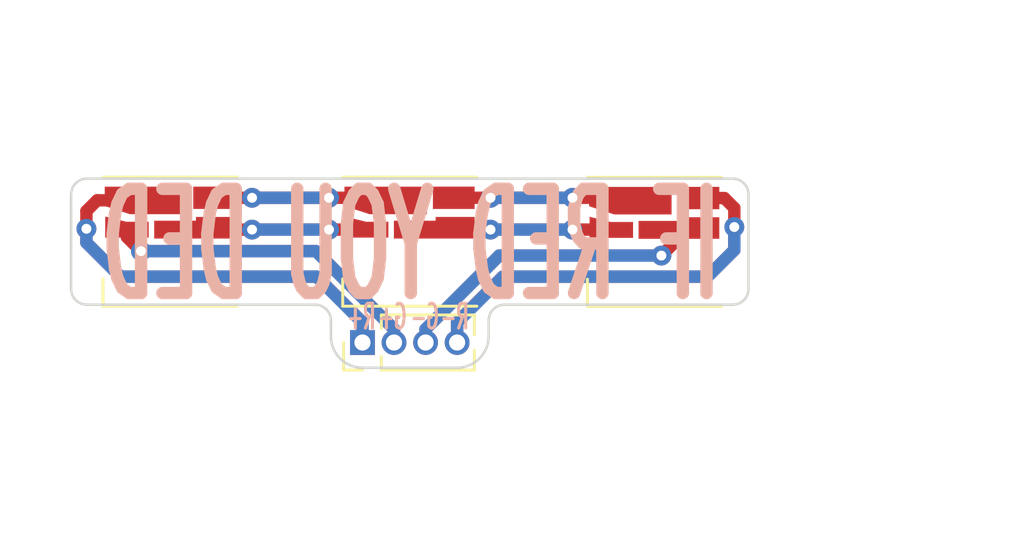
<source format=kicad_pcb>
(kicad_pcb (version 20241229) (generator "pcbnew") (generator_version "9.0")
  (layers (0 "F.Cu" signal) (2 "B.Cu" signal) (13 "F.Paste" user) (15 "B.Paste" user) (5 "F.SilkS" user "F.Silkscreen") (7 "B.SilkS" user "B.Silkscreen") (1 "F.Mask" user) (3 "B.Mask" user) (25 "Edge.Cuts" user))
  (net 0 "")
  (net 1 "Net-(D1-G-)")
  (net 2 "Net-(D1-G+)")
  (net 3 "Net-(D1-R+)")
  (net 4 "Net-(D1-R-)")
  (net 5 "Net-(D2-G-)")
  (net 6 "Net-(D2-R-)")
  (net 7 "Net-(D3-R-)")
  (net 8 "Net-(D3-G-)")
  (footprint "FaSTTUBe_LEDs:PLCC8" (layer "F.Cu") (at 174.5 97.79)
    (property "Reference" "D1" (hide yes))
    (property "Value" "CLQ6A_RGB(W)")
    (fp_line (start -2.7 -2.6) (end 2.7 -2.6) (stroke (width 0.12)) (layer "F.SilkS"))
    (fp_line (start -2.7 1.5) (end -2.7 2.6) (stroke (width 0.12)) (layer "F.SilkS"))
    (fp_line (start 2.7 2.6) (end -2.7 2.6) (stroke (width 0.12)) (layer "F.SilkS"))
    (pad "1" smd custom (at -0.971007 -1.666586 180) (size 0.001 0.001) (layers "F.Cu" "F.Mask" "F.Paste") (net 3 "Net-(D1-R+)") (options (clearance outline) (anchor rect)) (primitives (gr_poly (pts (xy 1.66 0.55) (xy -1.66 0.55) (xy -1.66 -0.56) (xy 0.65 -0.56) (xy 1.66 -0.23)) (width 0) (fill yes))))
    (pad "2" smd custom (at -1.736989 -0.483081 180) (size 1.75 0.64) (layers "F.Cu" "F.Mask" "F.Paste") (net 2 "Net-(D1-G+)") (options (clearance outline) (anchor rect)) (primitives (gr_poly (pts (xy 0.025 0.32) (xy 0.875 0.53) (xy 0.875 0.32)) (width 0) (fill yes))))
    (pad "7" smd custom (at 0.984912 -0.485833 180) (size 3.25 0.72) (layers "F.Cu" "F.Mask" "F.Paste") (net 1 "Net-(D1-G-)") (options (clearance outline) (anchor rect)) (primitives (gr_poly (pts (xy -0.055 0.36) (xy -0.055 0.51) (xy -1.625 0.51) (xy -1.625 0.36)) (width 0) (fill yes))))
    (pad "8" smd custom (at 1.771284 -1.768225 180) (size 1.68 0.9) (layers "F.Cu" "F.Mask" "F.Paste") (net 4 "Net-(D1-R-)") (options (clearance outline) (anchor rect)) (primitives))
  )
  (footprint "FaSTTUBe_LEDs:PLCC8" (layer "F.Cu") (at 184.15 97.79)
    (property "Reference" "D2" (hide yes))
    (property "Value" "CLQ6A_RGB(W)")
    (fp_line (start -2.7 -2.6) (end 2.7 -2.6) (stroke (width 0.12)) (layer "F.SilkS"))
    (fp_line (start -2.7 1.5) (end -2.7 2.6) (stroke (width 0.12)) (layer "F.SilkS"))
    (fp_line (start 2.7 2.6) (end -2.7 2.6) (stroke (width 0.12)) (layer "F.SilkS"))
    (pad "1" smd custom (at -0.971007 -1.666586 180) (size 0.001 0.001) (layers "F.Cu" "F.Mask" "F.Paste") (net 4 "Net-(D1-R-)") (options (clearance outline) (anchor rect)) (primitives (gr_poly (pts (xy 1.66 0.55) (xy -1.66 0.55) (xy -1.66 -0.56) (xy 0.65 -0.56) (xy 1.66 -0.23)) (width 0) (fill yes))))
    (pad "2" smd custom (at -1.736989 -0.483081 180) (size 1.75 0.64) (layers "F.Cu" "F.Mask" "F.Paste") (net 1 "Net-(D1-G-)") (options (clearance outline) (anchor rect)) (primitives (gr_poly (pts (xy 0.025 0.32) (xy 0.875 0.53) (xy 0.875 0.32)) (width 0) (fill yes))))
    (pad "7" smd custom (at 0.984912 -0.485833 180) (size 3.25 0.72) (layers "F.Cu" "F.Mask" "F.Paste") (net 5 "Net-(D2-G-)") (options (clearance outline) (anchor rect)) (primitives (gr_poly (pts (xy -0.055 0.36) (xy -0.055 0.51) (xy -1.625 0.51) (xy -1.625 0.36)) (width 0) (fill yes))))
    (pad "8" smd custom (at 1.771284 -1.768225 180) (size 1.68 0.9) (layers "F.Cu" "F.Mask" "F.Paste") (net 6 "Net-(D2-R-)") (options (clearance outline) (anchor rect)) (primitives))
  )
  (footprint "Connector_PinHeader_1.27mm:PinHeader_1x04_P1.27mm_Vertical" (layer "F.Cu") (at 182.245 101.854 90)
    (property "Reference" "J1" (hide yes))
    (property "Value" "Conn_01x04_Female")
    (fp_line (start -1.11 -0.76) (end 0 -0.76) (stroke (width 0.12)) (layer "F.SilkS"))
    (fp_line (start -1.11 0) (end -1.11 -0.76) (stroke (width 0.12)) (layer "F.SilkS"))
    (fp_line (start 1.11 0.76) (end 1.11 4.505) (stroke (width 0.12)) (layer "F.SilkS"))
    (fp_line (start 0.563471 0.76) (end 1.11 0.76) (stroke (width 0.12)) (layer "F.SilkS"))
    (fp_line (start -1.11 0.76) (end -0.563471 0.76) (stroke (width 0.12)) (layer "F.SilkS"))
    (fp_line (start -1.11 0.76) (end -1.11 4.505) (stroke (width 0.12)) (layer "F.SilkS"))
    (fp_line (start 0.30753 4.505) (end 1.11 4.505) (stroke (width 0.12)) (layer "F.SilkS"))
    (fp_line (start -1.11 4.505) (end -0.30753 4.505) (stroke (width 0.12)) (layer "F.SilkS"))
    (pad "1" thru_hole rect (at 0 0 90) (size 1 1) (drill 0.65) (layers "*.Cu" "*.Mask") (net 3 "Net-(D1-R+)"))
    (pad "2" thru_hole oval (at 0 1.27 90) (size 1 1) (drill 0.65) (layers "*.Cu" "*.Mask") (net 2 "Net-(D1-G+)"))
    (pad "3" thru_hole oval (at 0 2.54 90) (size 1 1) (drill 0.65) (layers "*.Cu" "*.Mask") (net 8 "Net-(D3-G-)"))
    (pad "4" thru_hole oval (at 0 3.81 90) (size 1 1) (drill 0.65) (layers "*.Cu" "*.Mask") (net 7 "Net-(D3-R-)"))
  )
  (footprint "FaSTTUBe_LEDs:PLCC8" (layer "F.Cu") (at 194 97.8)
    (property "Reference" "D3" (hide yes))
    (property "Value" "CLQ6A_RGB(W)")
    (fp_line (start -2.7 -2.6) (end 2.7 -2.6) (stroke (width 0.12)) (layer "F.SilkS"))
    (fp_line (start -2.7 1.5) (end -2.7 2.6) (stroke (width 0.12)) (layer "F.SilkS"))
    (fp_line (start 2.7 2.6) (end -2.7 2.6) (stroke (width 0.12)) (layer "F.SilkS"))
    (pad "1" smd custom (at -0.971007 -1.666586 180) (size 0.001 0.001) (layers "F.Cu" "F.Mask" "F.Paste") (net 6 "Net-(D2-R-)") (options (clearance outline) (anchor rect)) (primitives (gr_poly (pts (xy 1.66 0.55) (xy -1.66 0.55) (xy -1.66 -0.56) (xy 0.65 -0.56) (xy 1.66 -0.23)) (width 0) (fill yes))))
    (pad "2" smd custom (at -1.736989 -0.483081 180) (size 1.75 0.64) (layers "F.Cu" "F.Mask" "F.Paste") (net 5 "Net-(D2-G-)") (options (clearance outline) (anchor rect)) (primitives (gr_poly (pts (xy 0.025 0.32) (xy 0.875 0.53) (xy 0.875 0.32)) (width 0) (fill yes))))
    (pad "7" smd custom (at 0.984912 -0.485833 180) (size 3.25 0.72) (layers "F.Cu" "F.Mask" "F.Paste") (net 8 "Net-(D3-G-)") (options (clearance outline) (anchor rect)) (primitives (gr_poly (pts (xy -0.055 0.36) (xy -0.055 0.51) (xy -1.625 0.51) (xy -1.625 0.36)) (width 0) (fill yes))))
    (pad "8" smd custom (at 1.771284 -1.768225 180) (size 1.68 0.9) (layers "F.Cu" "F.Mask" "F.Paste") (net 7 "Net-(D3-R-)") (options (clearance outline) (anchor rect)) (primitives))
  )
  (gr_line (start 197.15 95.25) (end 171.15 95.25) (stroke (width 0.1)) (layer "Edge.Cuts"))
  (gr_arc (start 197.15 95.25) (mid 197.599013 95.435987) (end 197.785 95.885) (stroke (width 0.1)) (layer "Edge.Cuts"))
  (gr_line (start 186.055 102.87) (end 182.245 102.87) (stroke (width 0.1)) (layer "Edge.Cuts"))
  (gr_arc (start 180.34 100.33) (mid 180.789013 100.515987) (end 180.975 100.965) (stroke (width 0.1)) (layer "Edge.Cuts"))
  (gr_line (start 197.785 99.695) (end 197.785 95.885) (stroke (width 0.1)) (layer "Edge.Cuts"))
  (gr_arc (start 171.15 100.33) (mid 170.700987 100.144013) (end 170.515 99.695) (stroke (width 0.1)) (layer "Edge.Cuts"))
  (gr_line (start 180.975 100.965) (end 180.975 101.6) (stroke (width 0.1)) (layer "Edge.Cuts"))
  (gr_line (start 170.515 99.695) (end 170.515 95.885) (stroke (width 0.1)) (layer "Edge.Cuts"))
  (gr_arc (start 187.325 101.6) (mid 186.953026 102.498026) (end 186.055 102.87) (stroke (width 0.1)) (layer "Edge.Cuts"))
  (gr_line (start 187.96 100.33) (end 197.15 100.33) (stroke (width 0.1)) (layer "Edge.Cuts"))
  (gr_arc (start 170.515 95.885) (mid 170.700987 95.435987) (end 171.15 95.25) (stroke (width 0.1)) (layer "Edge.Cuts"))
  (gr_arc (start 182.245 102.87) (mid 181.346974 102.498026) (end 180.975 101.6) (stroke (width 0.1)) (layer "Edge.Cuts"))
  (gr_arc (start 187.325 100.965) (mid 187.510987 100.515987) (end 187.96 100.33) (stroke (width 0.1)) (layer "Edge.Cuts"))
  (gr_arc (start 197.785 99.695) (mid 197.599013 100.144013) (end 197.15 100.33) (stroke (width 0.1)) (layer "Edge.Cuts"))
  (gr_line (start 171.15 100.33) (end 180.34 100.33) (stroke (width 0.1)) (layer "Edge.Cuts"))
  (gr_line (start 187.325 101.6) (end 187.325 100.965) (stroke (width 0.1)) (layer "Edge.Cuts"))
  (gr_text "R-" (at 186.6 101.4 0) (layer "B.SilkS") (effects (font (size 1 0.5) (thickness 0.125) (bold yes)) (justify left bottom mirror)))
  (gr_text "G-" (at 185.4 101.4 0) (layer "B.SilkS") (effects (font (size 1 0.5) (thickness 0.125) (bold yes)) (justify left bottom mirror)))
  (gr_text "G+\n" (at 184.1 101.4 0) (layer "B.SilkS") (effects (font (size 1 0.5) (thickness 0.125) (bold yes)) (justify left bottom mirror)))
  (gr_text "R+\n" (at 182.85 101.4 0) (layer "B.SilkS") (effects (font (size 1 0.5) (thickness 0.125) (bold yes)) (justify left bottom mirror)))
  (gr_text "IF RED YOU DED" (at 196.9 100.4 0) (layer "B.SilkS") (effects (font (size 4.2 2) (thickness 0.5) (bold yes)) (justify left bottom mirror)))
  (segment (start 182.276092 97.17) (end 182.413011 97.306919) (width 0.25) (layer "F.Cu") (net 1))
  (segment (start 180.9 97.304167) (end 182.410259 97.304167) (width 0.5) (layer "F.Cu") (net 1))
  (segment (start 175.484912 97.304167) (end 180.9 97.304167) (width 0.5) (layer "F.Cu") (net 1))
  (segment (start 182.410259 97.304167) (end 182.413011 97.306919) (width 0.5) (layer "F.Cu") (net 1))
  (via (at 180.9 97.304167) (size 0.8) (drill 0.4) (layers "F.Cu" "B.Cu") (net 1))
  (via (at 177.8 97.304167) (size 0.8) (drill 0.4) (layers "F.Cu" "B.Cu") (net 1))
  (segment (start 177.8 97.304167) (end 180.9 97.304167) (width 0.5) (layer "B.Cu") (net 1))
  (segment (start 183.515 101.315) (end 183.515 101.854) (width 0.5) (layer "F.Cu") (net 2))
  (segment (start 180.371954 98.171954) (end 183.515 101.315) (width 0.5) (layer "F.Cu") (net 2))
  (segment (start 173.328046 98.171954) (end 180.371954 98.171954) (width 0.5) (layer "F.Cu") (net 2))
  (segment (start 172.763011 97.606919) (end 173.328046 98.171954) (width 0.5) (layer "F.Cu") (net 2))
  (segment (start 172.763011 97.306919) (end 172.763011 97.606919) (width 0.5) (layer "F.Cu") (net 2))
  (via (at 173.328046 98.171954) (size 0.8) (drill 0.4) (layers "F.Cu" "B.Cu") (net 2))
  (segment (start 183.515 101.854) (end 183.515 101.315) (width 0.5) (layer "B.Cu") (net 2))
  (segment (start 183.515 101.315) (end 180.371954 98.171954) (width 0.5) (layer "B.Cu") (net 2))
  (segment (start 180.371954 98.171954) (end 173.328046 98.171954) (width 0.5) (layer "B.Cu") (net 2))
  (segment (start 171.132011 97.270771) (end 171.132011 96.555396) (width 0.5) (layer "F.Cu") (net 3))
  (segment (start 171.132011 96.555396) (end 171.563993 96.123414) (width 0.5) (layer "F.Cu") (net 3))
  (segment (start 182.245 101.036364) (end 182.245 101.854) (width 0.5) (layer "F.Cu") (net 3))
  (segment (start 171.132011 97.270771) (end 171.132011 97.832011) (width 0.5) (layer "F.Cu") (net 3))
  (segment (start 172.501 99.201) (end 180.409636 99.201) (width 0.5) (layer "F.Cu") (net 3))
  (segment (start 171.132011 97.832011) (end 172.501 99.201) (width 0.5) (layer "F.Cu") (net 3))
  (segment (start 180.409636 99.201) (end 182.245 101.036364) (width 0.5) (layer "F.Cu") (net 3))
  (segment (start 171.563993 96.123414) (end 173.528993 96.123414) (width 0.5) (layer "F.Cu") (net 3))
  (via (at 171.132011 97.270771) (size 0.8) (drill 0.4) (layers "F.Cu" "B.Cu") (net 3))
  (segment (start 171.132011 97.270771) (end 171.132011 97.832011) (width 0.5) (layer "B.Cu") (net 3))
  (segment (start 182.245 101.045) (end 182.245 101.854) (width 0.5) (layer "B.Cu") (net 3))
  (segment (start 180.4 99.2) (end 182.245 101.045) (width 0.5) (layer "B.Cu") (net 3))
  (segment (start 171.132011 97.832011) (end 172.5 99.2) (width 0.5) (layer "B.Cu") (net 3))
  (segment (start 172.5 99.2) (end 180.4 99.2) (width 0.5) (layer "B.Cu") (net 3))
  (segment (start 182.955579 95.9) (end 183.178993 96.123414) (width 0.25) (layer "F.Cu") (net 4))
  (segment (start 182.940579 95.885) (end 183.178993 96.123414) (width 0.25) (layer "F.Cu") (net 4))
  (segment (start 176.271284 96.021775) (end 180.9 96.021775) (width 0.5) (layer "F.Cu") (net 4))
  (segment (start 180.9 96.021775) (end 183.077354 96.021775) (width 0.5) (layer "F.Cu") (net 4))
  (via (at 177.8 96.021775) (size 0.8) (drill 0.4) (layers "F.Cu" "B.Cu") (net 4))
  (via (at 180.9 96.021775) (size 0.8) (drill 0.4) (layers "F.Cu" "B.Cu") (net 4))
  (segment (start 177.8 96.021775) (end 180.9 96.021775) (width 0.5) (layer "B.Cu") (net 4))
  (segment (start 185.134912 97.304167) (end 190.7 97.304167) (width 0.5) (layer "F.Cu") (net 5))
  (segment (start 190.7 97.304167) (end 192.250259 97.304167) (width 0.5) (layer "F.Cu") (net 5))
  (segment (start 192.250259 97.304167) (end 192.263011 97.316919) (width 0.5) (layer "F.Cu") (net 5))
  (via (at 187.4 97.304167) (size 0.8) (drill 0.4) (layers "F.Cu" "B.Cu") (net 5))
  (via (at 190.7 97.304167) (size 0.8) (drill 0.4) (layers "F.Cu" "B.Cu") (net 5))
  (segment (start 187.4 97.304167) (end 190.7 97.304167) (width 0.5) (layer "B.Cu") (net 5))
  (segment (start 192.917354 96.021775) (end 193.028993 96.133414) (width 0.5) (layer "F.Cu") (net 6))
  (segment (start 190.7 96.021775) (end 192.917354 96.021775) (width 0.5) (layer "F.Cu") (net 6))
  (segment (start 185.921284 96.021775) (end 190.7 96.021775) (width 0.5) (layer "F.Cu") (net 6))
  (via (at 187.4 96.021775) (size 0.8) (drill 0.4) (layers "F.Cu" "B.Cu") (net 6))
  (via (at 190.7 96.021775) (size 0.8) (drill 0.4) (layers "F.Cu" "B.Cu") (net 6))
  (segment (start 187.4 96.021775) (end 190.7 96.021775) (width 0.5) (layer "B.Cu") (net 6))
  (segment (start 197.214912 98.125088) (end 196.139 99.201) (width 0.5) (layer "F.Cu") (net 7))
  (segment (start 197.214912 96.434283) (end 197.214912 98.125088) (width 0.5) (layer "F.Cu") (net 7))
  (segment (start 195.771284 96.031775) (end 196.812404 96.031775) (width 0.5) (layer "F.Cu") (net 7))
  (segment (start 187.890364 99.201) (end 186.055 101.036364) (width 0.5) (layer "F.Cu") (net 7))
  (segment (start 186.055 101.036364) (end 186.055 101.854) (width 0.5) (layer "F.Cu") (net 7))
  (segment (start 196.139 99.201) (end 187.890364 99.201) (width 0.5) (layer "F.Cu") (net 7))
  (segment (start 196.812404 96.031775) (end 197.214912 96.434283) (width 0.5) (layer "F.Cu") (net 7))
  (via (at 197.214912 97.2) (size 0.8) (drill 0.4) (layers "F.Cu" "B.Cu") (net 7))
  (segment (start 197.214912 97.2) (end 197.214912 98.125088) (width 0.5) (layer "B.Cu") (net 7))
  (segment (start 187.9 99.2) (end 186.055 101.045) (width 0.5) (layer "B.Cu") (net 7))
  (segment (start 197.214912 98.125088) (end 196.14 99.2) (width 0.5) (layer "B.Cu") (net 7))
  (segment (start 196.14 99.2) (end 187.9 99.2) (width 0.5) (layer "B.Cu") (net 7))
  (segment (start 186.055 101.045) (end 186.055 101.854) (width 0.5) (layer "B.Cu") (net 7))
  (segment (start 194.279079 98.35) (end 187.75 98.35) (width 0.5) (layer "F.Cu") (net 8))
  (segment (start 184.785 101.315) (end 184.785 101.854) (width 0.5) (layer "F.Cu") (net 8))
  (segment (start 187.75 98.35) (end 184.785 101.315) (width 0.5) (layer "F.Cu") (net 8))
  (segment (start 194.984912 97.314167) (end 194.984912 97.644167) (width 0.5) (layer "F.Cu") (net 8))
  (segment (start 194.984912 97.644167) (end 194.279079 98.35) (width 0.5) (layer "F.Cu") (net 8))
  (via (at 194.279079 98.35) (size 0.8) (drill 0.4) (layers "F.Cu" "B.Cu") (net 8))
  (segment (start 194.279079 98.35) (end 187.75 98.35) (width 0.5) (layer "B.Cu") (net 8))
  (segment (start 187.75 98.35) (end 184.785 101.315) (width 0.5) (layer "B.Cu") (net 8))
  (segment (start 184.785 101.315) (end 184.785 101.854) (width 0.5) (layer "B.Cu") (net 8))
)
</source>
